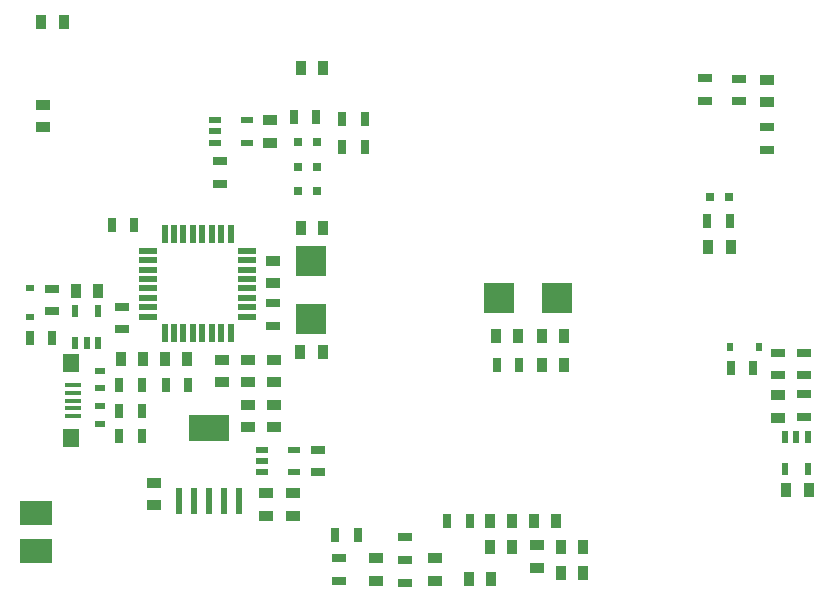
<source format=gtp>
G04*
G04 #@! TF.GenerationSoftware,Altium Limited,Altium Designer,18.0.7 (293)*
G04*
G04 Layer_Color=8421504*
%FSLAX44Y44*%
%MOMM*%
G71*
G01*
G75*
%ADD15R,0.5500X1.0000*%
%ADD16R,3.5000X2.2000*%
%ADD17R,0.6000X2.2000*%
%ADD18R,2.5000X2.6000*%
%ADD19R,2.6000X2.5000*%
%ADD20R,1.0000X0.5500*%
%ADD21R,2.7000X2.0000*%
%ADD22R,0.8000X0.8000*%
%ADD23R,1.3500X0.4000*%
%ADD24R,1.4000X1.6000*%
%ADD25R,0.5000X1.5000*%
%ADD26R,1.5000X0.5000*%
%ADD27R,0.6858X0.5588*%
%ADD28R,0.5588X0.6858*%
%ADD29R,1.3000X0.7000*%
%ADD30R,0.7000X1.3000*%
%ADD31R,0.9000X0.6000*%
%ADD32R,1.3000X0.9000*%
%ADD33R,0.9000X1.3000*%
D15*
X69500Y276500D02*
D03*
X50500D02*
D03*
X69500Y249500D02*
D03*
X60000D02*
D03*
X50500D02*
D03*
X651500Y143500D02*
D03*
X670500D02*
D03*
X651500Y170500D02*
D03*
X661000D02*
D03*
X670500D02*
D03*
D16*
X164000Y178000D02*
D03*
D17*
X189400Y116000D02*
D03*
X176700D02*
D03*
X164000D02*
D03*
X151300D02*
D03*
X138600D02*
D03*
D18*
X458500Y288000D02*
D03*
X409500D02*
D03*
D19*
X250000Y270000D02*
D03*
Y319000D02*
D03*
D20*
X195500Y419500D02*
D03*
Y438500D02*
D03*
X168500Y419500D02*
D03*
Y429000D02*
D03*
Y438500D02*
D03*
X235500Y140500D02*
D03*
Y159500D02*
D03*
X208500Y140500D02*
D03*
Y150000D02*
D03*
Y159500D02*
D03*
D21*
X17000Y74000D02*
D03*
Y106000D02*
D03*
D22*
X604000Y373000D02*
D03*
X588000D02*
D03*
X255000Y420000D02*
D03*
X239000D02*
D03*
X255000Y398750D02*
D03*
X239000D02*
D03*
X255000Y378750D02*
D03*
X239000D02*
D03*
D23*
X48750Y214000D02*
D03*
Y207500D02*
D03*
Y201000D02*
D03*
Y194500D02*
D03*
Y188000D02*
D03*
D24*
X46500Y233000D02*
D03*
Y169000D02*
D03*
D25*
X182000Y258000D02*
D03*
X174000D02*
D03*
X166000D02*
D03*
X158000D02*
D03*
X150000D02*
D03*
X142000D02*
D03*
X134000D02*
D03*
X126000D02*
D03*
Y342000D02*
D03*
X134000D02*
D03*
X142000D02*
D03*
X150000D02*
D03*
X158000D02*
D03*
X166000D02*
D03*
X174000D02*
D03*
X182000D02*
D03*
D26*
X112000Y272000D02*
D03*
Y280000D02*
D03*
Y288000D02*
D03*
Y296000D02*
D03*
Y304000D02*
D03*
Y312000D02*
D03*
Y320000D02*
D03*
Y328000D02*
D03*
X196000D02*
D03*
Y320000D02*
D03*
Y312000D02*
D03*
Y304000D02*
D03*
Y296000D02*
D03*
Y288000D02*
D03*
Y280000D02*
D03*
Y272000D02*
D03*
D27*
X12000Y296192D02*
D03*
Y271808D02*
D03*
D28*
X604616Y246000D02*
D03*
X629000D02*
D03*
D29*
X173000Y403500D02*
D03*
Y384500D02*
D03*
X218000Y283500D02*
D03*
Y264500D02*
D03*
X612000Y473500D02*
D03*
Y454500D02*
D03*
X584000Y474000D02*
D03*
Y455000D02*
D03*
X636000Y432500D02*
D03*
Y413500D02*
D03*
X667000Y206500D02*
D03*
Y187500D02*
D03*
X31000Y295500D02*
D03*
Y276500D02*
D03*
X667000Y222500D02*
D03*
Y241500D02*
D03*
X274000Y48500D02*
D03*
Y67500D02*
D03*
X256000Y159500D02*
D03*
Y140500D02*
D03*
X645000Y222500D02*
D03*
Y241500D02*
D03*
X330000Y66500D02*
D03*
Y85500D02*
D03*
Y47000D02*
D03*
Y66000D02*
D03*
X90000Y261500D02*
D03*
Y280500D02*
D03*
D30*
X295500Y439750D02*
D03*
X276500D02*
D03*
X295500Y415750D02*
D03*
X276500D02*
D03*
X81500Y350000D02*
D03*
X100500D02*
D03*
X106500Y214500D02*
D03*
X87500D02*
D03*
X106500Y192500D02*
D03*
X87500D02*
D03*
X106500Y171000D02*
D03*
X87500D02*
D03*
X365500Y99000D02*
D03*
X384500D02*
D03*
X624500Y229000D02*
D03*
X605500D02*
D03*
X235500Y441000D02*
D03*
X254500D02*
D03*
X407500Y231000D02*
D03*
X426500D02*
D03*
X585500Y353000D02*
D03*
X604500D02*
D03*
X31000Y254000D02*
D03*
X12000D02*
D03*
X270500Y87000D02*
D03*
X289500D02*
D03*
X146250Y214500D02*
D03*
X127250D02*
D03*
D31*
X71000Y226500D02*
D03*
Y211500D02*
D03*
Y181500D02*
D03*
Y196500D02*
D03*
D32*
X197000Y216500D02*
D03*
Y235500D02*
D03*
X218000Y319500D02*
D03*
Y300500D02*
D03*
X175000Y216500D02*
D03*
Y235500D02*
D03*
X23000Y451500D02*
D03*
Y432500D02*
D03*
X636000Y453500D02*
D03*
Y472500D02*
D03*
X305000Y67500D02*
D03*
Y48500D02*
D03*
X355000Y67500D02*
D03*
Y48500D02*
D03*
X215000Y419500D02*
D03*
Y438500D02*
D03*
X219000Y197500D02*
D03*
Y178500D02*
D03*
X645000Y186500D02*
D03*
Y205500D02*
D03*
X235000Y122500D02*
D03*
Y103500D02*
D03*
X197000Y178500D02*
D03*
Y197500D02*
D03*
X441000Y59500D02*
D03*
Y78500D02*
D03*
X219000Y235500D02*
D03*
Y216500D02*
D03*
X117000Y131500D02*
D03*
Y112500D02*
D03*
X212000Y122500D02*
D03*
Y103500D02*
D03*
D33*
X126250Y236500D02*
D03*
X145250D02*
D03*
X260500Y347000D02*
D03*
X241500D02*
D03*
X260000Y242000D02*
D03*
X241000D02*
D03*
X402500Y50000D02*
D03*
X383500D02*
D03*
X40500Y522000D02*
D03*
X21500D02*
D03*
X445500Y231000D02*
D03*
X464500D02*
D03*
X401500Y99000D02*
D03*
X420500D02*
D03*
X457500D02*
D03*
X438500D02*
D03*
X406500Y256000D02*
D03*
X425500D02*
D03*
X464500D02*
D03*
X445500D02*
D03*
X671500Y125000D02*
D03*
X652500D02*
D03*
X70000Y294000D02*
D03*
X51000D02*
D03*
X108000Y236500D02*
D03*
X89000D02*
D03*
X461500Y55000D02*
D03*
X480500D02*
D03*
X461500Y77000D02*
D03*
X480500D02*
D03*
X260500Y483000D02*
D03*
X241500D02*
D03*
X401500Y77000D02*
D03*
X420500D02*
D03*
X605500Y331000D02*
D03*
X586500D02*
D03*
M02*

</source>
